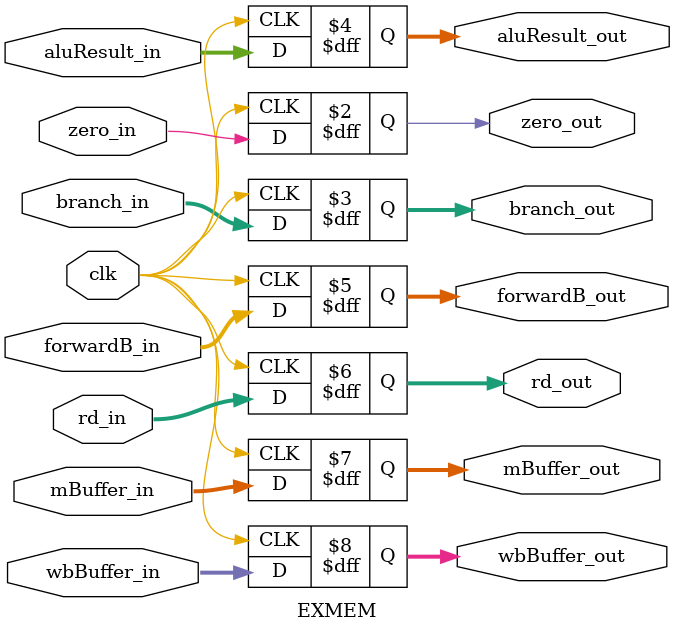
<source format=v>
module EXMEM(
	input clk, zero_in,
	input [63:0] branch_in, aluResult_in, forwardB_in,
	input [4:0] rd_in,
	input [2:0] mBuffer_in,
	input [1:0] wbBuffer_in,
	output reg zero_out,
	output reg [63:0] branch_out, aluResult_out, forwardB_out,
	output reg [4:0] rd_out,
	output reg [2:0] mBuffer_out,
	output reg [1:0] wbBuffer_out
);

always @(posedge clk)
begin
	zero_out = zero_in;
	branch_out = branch_in;
	aluResult_out = aluResult_in;
	forwardB_out = forwardB_in;
	rd_out = rd_in;
	mBuffer_out = mBuffer_in;
	wbBuffer_out = wbBuffer_in;
end

endmodule
</source>
